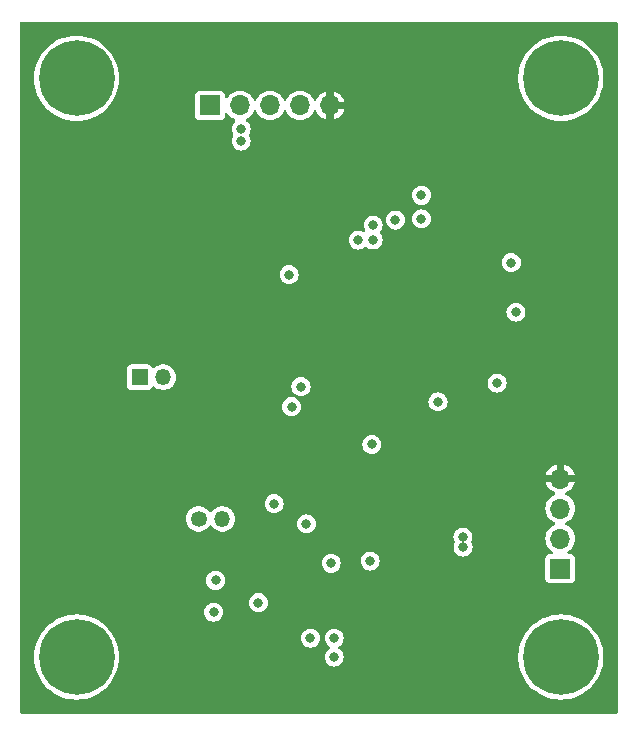
<source format=gbr>
%TF.GenerationSoftware,KiCad,Pcbnew,7.0.2-0*%
%TF.CreationDate,2025-01-08T13:19:12-05:00*%
%TF.ProjectId,plaqchek_sipm_sens,706c6171-6368-4656-9b5f-7369706d5f73,rev?*%
%TF.SameCoordinates,Original*%
%TF.FileFunction,Copper,L2,Inr*%
%TF.FilePolarity,Positive*%
%FSLAX46Y46*%
G04 Gerber Fmt 4.6, Leading zero omitted, Abs format (unit mm)*
G04 Created by KiCad (PCBNEW 7.0.2-0) date 2025-01-08 13:19:12*
%MOMM*%
%LPD*%
G01*
G04 APERTURE LIST*
%TA.AperFunction,ComponentPad*%
%ADD10C,6.400000*%
%TD*%
%TA.AperFunction,ComponentPad*%
%ADD11R,1.700000X1.700000*%
%TD*%
%TA.AperFunction,ComponentPad*%
%ADD12O,1.700000X1.700000*%
%TD*%
%TA.AperFunction,ComponentPad*%
%ADD13R,1.350000X1.350000*%
%TD*%
%TA.AperFunction,ComponentPad*%
%ADD14O,1.350000X1.350000*%
%TD*%
%TA.AperFunction,ComponentPad*%
%ADD15C,1.350000*%
%TD*%
%TA.AperFunction,ViaPad*%
%ADD16C,0.800000*%
%TD*%
G04 APERTURE END LIST*
D10*
%TO.N,Net-(H3-Pad1)*%
%TO.C,H3*%
X156000000Y-111000000D03*
%TD*%
%TO.N,Net-(H2-Pad1)*%
%TO.C,H2*%
X197000000Y-62000000D03*
%TD*%
%TO.N,Net-(H1-Pad1)*%
%TO.C,H1*%
X156000000Y-62000000D03*
%TD*%
D11*
%TO.N,SPI_3V3_ADC_CS*%
%TO.C,J2*%
X196950000Y-103505000D03*
D12*
%TO.N,SPI_3V3_ADC_MISO*%
X196950000Y-100965000D03*
%TO.N,SPI_3V3_ADC_SCLK*%
X196950000Y-98425000D03*
%TO.N,GND*%
X196950000Y-95885000D03*
%TD*%
D11*
%TO.N,SIPM_BIAS_OUT*%
%TO.C,J3*%
X167296000Y-64300000D03*
D12*
%TO.N,+6V*%
X169836000Y-64300000D03*
%TO.N,+3V3*%
X172376000Y-64300000D03*
%TO.N,-6V5*%
X174916000Y-64300000D03*
%TO.N,GND*%
X177456000Y-64300000D03*
%TD*%
D10*
%TO.N,Net-(H4-Pad1)*%
%TO.C,H4*%
X197000000Y-111000000D03*
%TD*%
D13*
%TO.N,/SIPM Readout/SIPM_BIAS*%
%TO.C,U10*%
X161327000Y-87303000D03*
D14*
%TO.N,/SIPM Readout/SIPM_OUT*%
X163327000Y-87303000D03*
D15*
%TO.N,unconnected-(U10-NC-Pad3)*%
X166327000Y-99303000D03*
D14*
%TO.N,unconnected-(U10-NC-Pad4)*%
X168327000Y-99303000D03*
%TD*%
D16*
%TO.N,+6V*%
X193200000Y-81800000D03*
X169926000Y-66294000D03*
X169926000Y-67310000D03*
X192800000Y-77600000D03*
%TO.N,GND*%
X162535000Y-75398000D03*
X184000000Y-58000000D03*
X183000000Y-63400000D03*
X201000000Y-83000000D03*
X186000000Y-109000000D03*
X152000000Y-94000000D03*
X152000000Y-66000000D03*
X176000000Y-58000000D03*
X168000000Y-113000000D03*
X192000000Y-58000000D03*
X164300000Y-78600000D03*
X193000000Y-96000000D03*
X194350000Y-105600000D03*
X152000000Y-78000000D03*
X180000000Y-58000000D03*
X165200000Y-85700000D03*
X152000000Y-106000000D03*
X193400000Y-98600000D03*
X175768000Y-78740000D03*
X190775000Y-111450000D03*
X163800000Y-85600000D03*
X196000000Y-58000000D03*
X181200000Y-81200000D03*
X189250000Y-87200000D03*
X165200000Y-83200000D03*
X152000000Y-70000000D03*
X185700000Y-90300000D03*
X160000000Y-58000000D03*
X160000000Y-85600000D03*
X183000000Y-66000000D03*
X170000000Y-115000000D03*
X201000000Y-111000000D03*
X172000000Y-58000000D03*
X201000000Y-103000000D03*
X172000000Y-80800000D03*
X159000000Y-87000000D03*
X164200000Y-74400000D03*
X179900000Y-96300000D03*
X184750000Y-107000000D03*
X175250000Y-107250000D03*
X163000000Y-89000000D03*
X166000000Y-112000000D03*
X192000000Y-76000000D03*
X180200000Y-66200000D03*
X194150000Y-104425000D03*
X165500000Y-88500000D03*
X163800000Y-82200000D03*
X183000000Y-91000000D03*
X162000000Y-115000000D03*
X174000000Y-115000000D03*
X157400000Y-72700000D03*
X201000000Y-95000000D03*
X168600000Y-70600000D03*
X193830000Y-101150000D03*
X194000000Y-115000000D03*
X189000000Y-109000000D03*
X177371216Y-104777203D03*
X163800000Y-84000000D03*
X185750000Y-107000000D03*
X172750000Y-101000000D03*
X167000000Y-72800000D03*
X188000000Y-58000000D03*
X179750000Y-93000000D03*
X156000000Y-58000000D03*
X154600000Y-79100000D03*
X201000000Y-71000000D03*
X159470000Y-82910000D03*
X162435000Y-73398000D03*
X155900000Y-80400000D03*
X152000000Y-58000000D03*
X190000000Y-115000000D03*
X178300000Y-98090000D03*
X191600000Y-86500000D03*
X158000000Y-115000000D03*
X152000000Y-114000000D03*
X168600000Y-66500000D03*
X190000000Y-98000000D03*
X186000000Y-92000000D03*
X186200000Y-61800000D03*
X152000000Y-62000000D03*
X190000000Y-95600000D03*
X170250000Y-88500000D03*
X164000000Y-58000000D03*
X161290000Y-78740000D03*
X201000000Y-59000000D03*
X152000000Y-110000000D03*
X201000000Y-91000000D03*
X156500000Y-76400000D03*
X168600000Y-67700000D03*
X159900000Y-60300000D03*
X201000000Y-107000000D03*
X201000000Y-87000000D03*
X180000000Y-89000000D03*
X172500000Y-93200000D03*
X177546000Y-101600000D03*
X200000000Y-58000000D03*
X181150000Y-109225000D03*
X163759750Y-68798000D03*
X184750000Y-105000000D03*
X201000000Y-63000000D03*
X162189750Y-65828000D03*
X181575000Y-106900000D03*
X193000000Y-85000000D03*
X182975000Y-107975000D03*
X189000000Y-75000000D03*
X201000000Y-99000000D03*
X182372000Y-82550000D03*
X186000000Y-115000000D03*
X193000000Y-93000000D03*
X152000000Y-90000000D03*
X152000000Y-82000000D03*
X176900000Y-90900000D03*
X192000000Y-109000000D03*
X165200000Y-72900000D03*
X183000000Y-89000000D03*
X185750000Y-102800000D03*
X156500000Y-77500000D03*
X178750000Y-107500000D03*
X183000000Y-87000000D03*
X201000000Y-67000000D03*
X195525000Y-105075000D03*
X152000000Y-102000000D03*
X174000000Y-105750000D03*
X154136000Y-66498000D03*
X194000000Y-67000000D03*
X177200000Y-94510000D03*
X163700000Y-72900000D03*
X167820000Y-86080000D03*
X181200000Y-64600000D03*
X201000000Y-75000000D03*
X178000000Y-115000000D03*
X184800000Y-64600000D03*
X160000000Y-89000000D03*
X190600000Y-93400000D03*
X176448455Y-83889720D03*
X166000000Y-67600000D03*
X168000000Y-88500000D03*
X166000000Y-115000000D03*
X182000000Y-115000000D03*
X162575000Y-109250000D03*
X168100000Y-72000000D03*
X162100000Y-85600000D03*
X169800000Y-106400000D03*
X177071831Y-73066898D03*
X166000000Y-66500000D03*
X201000000Y-79000000D03*
X168780000Y-101780000D03*
X177800000Y-86900000D03*
X192000000Y-72000000D03*
X198000000Y-115000000D03*
X164200000Y-80300000D03*
X192024000Y-78994000D03*
X152000000Y-86000000D03*
X152000000Y-74000000D03*
X168000000Y-58000000D03*
X178900000Y-67500000D03*
X185750000Y-105000000D03*
X154000000Y-115000000D03*
X172750000Y-99500000D03*
X177200000Y-95900000D03*
X190600000Y-94600000D03*
X165700000Y-68700000D03*
X168600000Y-68700000D03*
X179396036Y-105128700D03*
X184050000Y-83650000D03*
X173500000Y-87500000D03*
X160000000Y-81100000D03*
X156500000Y-75100000D03*
X166600000Y-82200000D03*
X201000000Y-115000000D03*
X177558734Y-85113874D03*
X161600000Y-79900000D03*
X192400000Y-99600000D03*
X186100000Y-100500000D03*
X152000000Y-98000000D03*
X182000000Y-84000000D03*
%TO.N,+5VA*%
X181102000Y-75692000D03*
X179832000Y-75692000D03*
X181102000Y-74422000D03*
X175000000Y-88100000D03*
X167770000Y-104510000D03*
X174200000Y-89800000D03*
%TO.N,Net-(U3-OUT)*%
X172724643Y-98012601D03*
X181000000Y-93000000D03*
%TO.N,+5.35V*%
X186600000Y-89400000D03*
X191600000Y-87800000D03*
%TO.N,+1V8*%
X177800000Y-109400000D03*
X180848000Y-102870000D03*
X175800000Y-109400000D03*
X177800000Y-111000000D03*
%TO.N,+3V3*%
X167600000Y-107200000D03*
X171400000Y-106400000D03*
X188710000Y-100840000D03*
X188720000Y-101700000D03*
%TO.N,-5VA*%
X175464448Y-99719320D03*
X173997000Y-78618000D03*
X177546000Y-103058500D03*
X185200000Y-71900000D03*
X183000000Y-74000000D03*
X185200000Y-73900000D03*
%TD*%
%TA.AperFunction,Conductor*%
%TO.N,GND*%
G36*
X201742539Y-57220185D02*
G01*
X201788294Y-57272989D01*
X201799500Y-57324500D01*
X201799500Y-115675500D01*
X201779815Y-115742539D01*
X201727011Y-115788294D01*
X201675500Y-115799500D01*
X151324500Y-115799500D01*
X151257461Y-115779815D01*
X151211706Y-115727011D01*
X151200500Y-115675500D01*
X151200500Y-111000000D01*
X152394559Y-111000000D01*
X152394729Y-111003243D01*
X152412876Y-111349523D01*
X152414310Y-111376871D01*
X152414815Y-111380064D01*
X152414817Y-111380076D01*
X152472838Y-111746404D01*
X152472840Y-111746417D01*
X152473347Y-111749613D01*
X152571022Y-112114143D01*
X152706266Y-112466465D01*
X152707735Y-112469348D01*
X152707739Y-112469357D01*
X152876122Y-112799827D01*
X152877597Y-112802721D01*
X153083137Y-113119225D01*
X153320635Y-113412511D01*
X153587489Y-113679365D01*
X153880775Y-113916863D01*
X154197279Y-114122403D01*
X154533535Y-114293734D01*
X154885857Y-114428978D01*
X155250387Y-114526653D01*
X155623129Y-114585690D01*
X156000000Y-114605441D01*
X156376871Y-114585690D01*
X156749613Y-114526653D01*
X157114143Y-114428978D01*
X157466465Y-114293734D01*
X157802721Y-114122403D01*
X158119225Y-113916863D01*
X158412511Y-113679365D01*
X158679365Y-113412511D01*
X158916863Y-113119225D01*
X159122403Y-112802721D01*
X159293734Y-112466465D01*
X159428978Y-112114143D01*
X159526653Y-111749613D01*
X159585690Y-111376871D01*
X159605441Y-111000000D01*
X159605441Y-110999999D01*
X176994434Y-110999999D01*
X177014631Y-111179251D01*
X177014631Y-111179253D01*
X177014632Y-111179255D01*
X177074211Y-111349522D01*
X177130978Y-111439867D01*
X177170185Y-111502264D01*
X177297735Y-111629814D01*
X177297737Y-111629815D01*
X177297738Y-111629816D01*
X177450478Y-111725789D01*
X177620745Y-111785368D01*
X177800000Y-111805565D01*
X177979255Y-111785368D01*
X178149522Y-111725789D01*
X178302262Y-111629816D01*
X178429816Y-111502262D01*
X178525789Y-111349522D01*
X178585368Y-111179255D01*
X178605565Y-111000000D01*
X193394559Y-111000000D01*
X193394729Y-111003243D01*
X193412876Y-111349523D01*
X193414310Y-111376871D01*
X193414815Y-111380064D01*
X193414817Y-111380076D01*
X193472838Y-111746404D01*
X193472840Y-111746417D01*
X193473347Y-111749613D01*
X193571022Y-112114143D01*
X193706266Y-112466465D01*
X193707735Y-112469348D01*
X193707739Y-112469357D01*
X193876122Y-112799827D01*
X193877597Y-112802721D01*
X194083137Y-113119225D01*
X194320635Y-113412511D01*
X194587489Y-113679365D01*
X194880775Y-113916863D01*
X195197279Y-114122403D01*
X195533535Y-114293734D01*
X195885857Y-114428978D01*
X196250387Y-114526653D01*
X196623129Y-114585690D01*
X197000000Y-114605441D01*
X197376871Y-114585690D01*
X197749613Y-114526653D01*
X198114143Y-114428978D01*
X198466465Y-114293734D01*
X198802721Y-114122403D01*
X199119225Y-113916863D01*
X199412511Y-113679365D01*
X199679365Y-113412511D01*
X199916863Y-113119225D01*
X200122403Y-112802721D01*
X200293734Y-112466465D01*
X200428978Y-112114143D01*
X200526653Y-111749613D01*
X200585690Y-111376871D01*
X200605441Y-111000000D01*
X200585690Y-110623129D01*
X200526653Y-110250387D01*
X200428978Y-109885857D01*
X200293734Y-109533535D01*
X200122403Y-109197280D01*
X199916863Y-108880775D01*
X199679365Y-108587489D01*
X199412511Y-108320635D01*
X199119225Y-108083137D01*
X198802721Y-107877597D01*
X198799833Y-107876125D01*
X198799827Y-107876122D01*
X198469357Y-107707739D01*
X198469348Y-107707735D01*
X198466465Y-107706266D01*
X198463433Y-107705102D01*
X198117166Y-107572182D01*
X198117158Y-107572179D01*
X198114143Y-107571022D01*
X198111018Y-107570184D01*
X198111013Y-107570183D01*
X197752746Y-107474186D01*
X197752737Y-107474184D01*
X197749613Y-107473347D01*
X197746417Y-107472840D01*
X197746404Y-107472838D01*
X197380076Y-107414817D01*
X197380064Y-107414815D01*
X197376871Y-107414310D01*
X197373638Y-107414140D01*
X197373633Y-107414140D01*
X197003244Y-107394729D01*
X197000000Y-107394559D01*
X196996756Y-107394729D01*
X196626366Y-107414140D01*
X196626359Y-107414140D01*
X196623129Y-107414310D01*
X196619937Y-107414815D01*
X196619923Y-107414817D01*
X196253595Y-107472838D01*
X196253578Y-107472841D01*
X196250387Y-107473347D01*
X196247266Y-107474183D01*
X196247253Y-107474186D01*
X195888986Y-107570183D01*
X195888975Y-107570186D01*
X195885857Y-107571022D01*
X195882846Y-107572177D01*
X195882833Y-107572182D01*
X195536566Y-107705102D01*
X195536557Y-107705105D01*
X195533535Y-107706266D01*
X195530658Y-107707731D01*
X195530642Y-107707739D01*
X195200173Y-107876122D01*
X195200159Y-107876129D01*
X195197280Y-107877597D01*
X195194560Y-107879363D01*
X195194552Y-107879368D01*
X194883503Y-108081365D01*
X194883497Y-108081368D01*
X194880775Y-108083137D01*
X194878255Y-108085177D01*
X194878249Y-108085182D01*
X194590007Y-108318595D01*
X194589996Y-108318604D01*
X194587489Y-108320635D01*
X194585204Y-108322919D01*
X194585194Y-108322929D01*
X194322929Y-108585194D01*
X194322919Y-108585204D01*
X194320635Y-108587489D01*
X194318604Y-108589996D01*
X194318595Y-108590007D01*
X194085182Y-108878249D01*
X194085177Y-108878255D01*
X194083137Y-108880775D01*
X194081368Y-108883497D01*
X194081365Y-108883503D01*
X193879368Y-109194552D01*
X193879363Y-109194560D01*
X193877597Y-109197280D01*
X193876129Y-109200159D01*
X193876122Y-109200173D01*
X193707739Y-109530642D01*
X193707731Y-109530658D01*
X193706266Y-109533535D01*
X193705105Y-109536557D01*
X193705102Y-109536566D01*
X193572182Y-109882833D01*
X193572177Y-109882846D01*
X193571022Y-109885857D01*
X193570186Y-109888975D01*
X193570183Y-109888986D01*
X193474186Y-110247253D01*
X193474183Y-110247266D01*
X193473347Y-110250387D01*
X193472841Y-110253578D01*
X193472838Y-110253595D01*
X193414817Y-110619923D01*
X193414815Y-110619937D01*
X193414310Y-110623129D01*
X193414140Y-110626359D01*
X193414140Y-110626366D01*
X193403953Y-110820745D01*
X193394559Y-111000000D01*
X178605565Y-111000000D01*
X178585368Y-110820745D01*
X178525789Y-110650478D01*
X178429816Y-110497738D01*
X178429815Y-110497737D01*
X178429814Y-110497735D01*
X178302264Y-110370185D01*
X178267602Y-110348406D01*
X178198510Y-110304992D01*
X178152221Y-110252660D01*
X178141572Y-110183606D01*
X178169947Y-110119758D01*
X178198509Y-110095007D01*
X178302262Y-110029816D01*
X178429816Y-109902262D01*
X178525789Y-109749522D01*
X178585368Y-109579255D01*
X178605565Y-109400000D01*
X178585368Y-109220745D01*
X178525789Y-109050478D01*
X178429816Y-108897738D01*
X178429815Y-108897737D01*
X178429814Y-108897735D01*
X178302264Y-108770185D01*
X178239867Y-108730979D01*
X178149522Y-108674211D01*
X177979255Y-108614632D01*
X177979253Y-108614631D01*
X177979251Y-108614631D01*
X177799999Y-108594434D01*
X177620748Y-108614631D01*
X177620745Y-108614631D01*
X177620745Y-108614632D01*
X177450478Y-108674211D01*
X177450476Y-108674211D01*
X177450476Y-108674212D01*
X177297735Y-108770185D01*
X177170185Y-108897735D01*
X177074212Y-109050476D01*
X177074211Y-109050478D01*
X177014632Y-109220745D01*
X177014631Y-109220748D01*
X176994434Y-109399999D01*
X177014631Y-109579251D01*
X177014631Y-109579253D01*
X177014632Y-109579255D01*
X177074211Y-109749522D01*
X177074212Y-109749523D01*
X177170185Y-109902264D01*
X177297736Y-110029815D01*
X177401487Y-110095006D01*
X177447778Y-110147341D01*
X177458426Y-110216394D01*
X177430051Y-110280243D01*
X177401487Y-110304994D01*
X177297736Y-110370184D01*
X177170185Y-110497735D01*
X177074212Y-110650476D01*
X177014631Y-110820748D01*
X176994434Y-110999999D01*
X159605441Y-110999999D01*
X159585690Y-110623129D01*
X159526653Y-110250387D01*
X159428978Y-109885857D01*
X159293734Y-109533535D01*
X159225694Y-109400000D01*
X174994434Y-109400000D01*
X175014631Y-109579251D01*
X175014631Y-109579253D01*
X175014632Y-109579255D01*
X175074211Y-109749522D01*
X175074212Y-109749523D01*
X175170185Y-109902264D01*
X175297735Y-110029814D01*
X175297737Y-110029815D01*
X175297738Y-110029816D01*
X175450478Y-110125789D01*
X175620745Y-110185368D01*
X175800000Y-110205565D01*
X175979255Y-110185368D01*
X176149522Y-110125789D01*
X176302262Y-110029816D01*
X176429816Y-109902262D01*
X176525789Y-109749522D01*
X176585368Y-109579255D01*
X176605565Y-109400000D01*
X176585368Y-109220745D01*
X176525789Y-109050478D01*
X176429816Y-108897738D01*
X176429815Y-108897737D01*
X176429814Y-108897735D01*
X176302264Y-108770185D01*
X176239867Y-108730979D01*
X176149522Y-108674211D01*
X175979255Y-108614632D01*
X175979253Y-108614631D01*
X175979251Y-108614631D01*
X175800000Y-108594434D01*
X175620748Y-108614631D01*
X175620745Y-108614631D01*
X175620745Y-108614632D01*
X175450478Y-108674211D01*
X175450476Y-108674211D01*
X175450476Y-108674212D01*
X175297735Y-108770185D01*
X175170185Y-108897735D01*
X175074212Y-109050476D01*
X175074211Y-109050478D01*
X175014632Y-109220745D01*
X175014631Y-109220748D01*
X174994434Y-109400000D01*
X159225694Y-109400000D01*
X159122403Y-109197280D01*
X158916863Y-108880775D01*
X158679365Y-108587489D01*
X158412511Y-108320635D01*
X158119225Y-108083137D01*
X157802721Y-107877597D01*
X157799833Y-107876125D01*
X157799827Y-107876122D01*
X157469357Y-107707739D01*
X157469348Y-107707735D01*
X157466465Y-107706266D01*
X157463433Y-107705102D01*
X157117166Y-107572182D01*
X157117158Y-107572179D01*
X157114143Y-107571022D01*
X157111018Y-107570184D01*
X157111013Y-107570183D01*
X156752746Y-107474186D01*
X156752737Y-107474184D01*
X156749613Y-107473347D01*
X156746417Y-107472840D01*
X156746404Y-107472838D01*
X156380076Y-107414817D01*
X156380064Y-107414815D01*
X156376871Y-107414310D01*
X156373638Y-107414140D01*
X156373633Y-107414140D01*
X156003244Y-107394729D01*
X156000000Y-107394559D01*
X155996756Y-107394729D01*
X155626366Y-107414140D01*
X155626359Y-107414140D01*
X155623129Y-107414310D01*
X155619937Y-107414815D01*
X155619923Y-107414817D01*
X155253595Y-107472838D01*
X155253578Y-107472841D01*
X155250387Y-107473347D01*
X155247266Y-107474183D01*
X155247253Y-107474186D01*
X154888986Y-107570183D01*
X154888975Y-107570186D01*
X154885857Y-107571022D01*
X154882846Y-107572177D01*
X154882833Y-107572182D01*
X154536566Y-107705102D01*
X154536557Y-107705105D01*
X154533535Y-107706266D01*
X154530658Y-107707731D01*
X154530642Y-107707739D01*
X154200173Y-107876122D01*
X154200159Y-107876129D01*
X154197280Y-107877597D01*
X154194560Y-107879363D01*
X154194552Y-107879368D01*
X153883503Y-108081365D01*
X153883497Y-108081368D01*
X153880775Y-108083137D01*
X153878255Y-108085177D01*
X153878249Y-108085182D01*
X153590007Y-108318595D01*
X153589996Y-108318604D01*
X153587489Y-108320635D01*
X153585204Y-108322919D01*
X153585194Y-108322929D01*
X153322929Y-108585194D01*
X153322919Y-108585204D01*
X153320635Y-108587489D01*
X153318604Y-108589996D01*
X153318595Y-108590007D01*
X153085182Y-108878249D01*
X153085177Y-108878255D01*
X153083137Y-108880775D01*
X153081368Y-108883497D01*
X153081365Y-108883503D01*
X152879368Y-109194552D01*
X152879363Y-109194560D01*
X152877597Y-109197280D01*
X152876129Y-109200159D01*
X152876122Y-109200173D01*
X152707739Y-109530642D01*
X152707731Y-109530658D01*
X152706266Y-109533535D01*
X152705105Y-109536557D01*
X152705102Y-109536566D01*
X152572182Y-109882833D01*
X152572177Y-109882846D01*
X152571022Y-109885857D01*
X152570186Y-109888975D01*
X152570183Y-109888986D01*
X152474186Y-110247253D01*
X152474183Y-110247266D01*
X152473347Y-110250387D01*
X152472841Y-110253578D01*
X152472838Y-110253595D01*
X152414817Y-110619923D01*
X152414815Y-110619937D01*
X152414310Y-110623129D01*
X152414140Y-110626359D01*
X152414140Y-110626366D01*
X152403953Y-110820745D01*
X152394559Y-111000000D01*
X151200500Y-111000000D01*
X151200500Y-107200000D01*
X166794434Y-107200000D01*
X166814631Y-107379251D01*
X166814631Y-107379253D01*
X166814632Y-107379255D01*
X166874211Y-107549522D01*
X166930978Y-107639867D01*
X166970185Y-107702264D01*
X167097735Y-107829814D01*
X167097737Y-107829815D01*
X167097738Y-107829816D01*
X167250478Y-107925789D01*
X167420745Y-107985368D01*
X167600000Y-108005565D01*
X167779255Y-107985368D01*
X167949522Y-107925789D01*
X168102262Y-107829816D01*
X168229816Y-107702262D01*
X168325789Y-107549522D01*
X168385368Y-107379255D01*
X168405565Y-107200000D01*
X168385368Y-107020745D01*
X168325789Y-106850478D01*
X168229816Y-106697738D01*
X168229815Y-106697737D01*
X168229814Y-106697735D01*
X168102264Y-106570185D01*
X168039867Y-106530978D01*
X167949522Y-106474211D01*
X167779255Y-106414632D01*
X167779253Y-106414631D01*
X167779251Y-106414631D01*
X167649399Y-106400000D01*
X170594434Y-106400000D01*
X170614631Y-106579251D01*
X170614631Y-106579253D01*
X170614632Y-106579255D01*
X170674211Y-106749522D01*
X170674212Y-106749523D01*
X170770185Y-106902264D01*
X170897735Y-107029814D01*
X170897737Y-107029815D01*
X170897738Y-107029816D01*
X171050478Y-107125789D01*
X171220745Y-107185368D01*
X171400000Y-107205565D01*
X171579255Y-107185368D01*
X171749522Y-107125789D01*
X171902262Y-107029816D01*
X172029816Y-106902262D01*
X172125789Y-106749522D01*
X172185368Y-106579255D01*
X172205565Y-106400000D01*
X172185368Y-106220745D01*
X172125789Y-106050478D01*
X172029816Y-105897738D01*
X172029815Y-105897737D01*
X172029814Y-105897735D01*
X171902264Y-105770185D01*
X171839867Y-105730979D01*
X171749522Y-105674211D01*
X171579255Y-105614632D01*
X171579253Y-105614631D01*
X171579251Y-105614631D01*
X171400000Y-105594434D01*
X171220748Y-105614631D01*
X171220745Y-105614631D01*
X171220745Y-105614632D01*
X171050478Y-105674211D01*
X171050476Y-105674211D01*
X171050476Y-105674212D01*
X170897735Y-105770185D01*
X170770185Y-105897735D01*
X170674212Y-106050476D01*
X170614631Y-106220748D01*
X170594434Y-106400000D01*
X167649399Y-106400000D01*
X167600000Y-106394434D01*
X167420748Y-106414631D01*
X167420745Y-106414631D01*
X167420745Y-106414632D01*
X167250478Y-106474211D01*
X167250476Y-106474211D01*
X167250476Y-106474212D01*
X167097735Y-106570185D01*
X166970185Y-106697735D01*
X166937645Y-106749523D01*
X166874211Y-106850478D01*
X166814632Y-107020745D01*
X166814631Y-107020748D01*
X166794434Y-107200000D01*
X151200500Y-107200000D01*
X151200500Y-104510000D01*
X166964434Y-104510000D01*
X166984631Y-104689251D01*
X166984631Y-104689253D01*
X166984632Y-104689255D01*
X167044211Y-104859522D01*
X167044212Y-104859523D01*
X167140185Y-105012264D01*
X167267735Y-105139814D01*
X167267737Y-105139815D01*
X167267738Y-105139816D01*
X167420478Y-105235789D01*
X167590745Y-105295368D01*
X167770000Y-105315565D01*
X167949255Y-105295368D01*
X168119522Y-105235789D01*
X168272262Y-105139816D01*
X168399816Y-105012262D01*
X168495789Y-104859522D01*
X168555368Y-104689255D01*
X168575565Y-104510000D01*
X168555368Y-104330745D01*
X168495789Y-104160478D01*
X168399816Y-104007738D01*
X168399815Y-104007737D01*
X168399814Y-104007735D01*
X168272264Y-103880185D01*
X168119646Y-103784289D01*
X168119522Y-103784211D01*
X167949255Y-103724632D01*
X167949253Y-103724631D01*
X167949251Y-103724631D01*
X167770000Y-103704434D01*
X167590748Y-103724631D01*
X167590745Y-103724631D01*
X167590745Y-103724632D01*
X167420478Y-103784211D01*
X167420476Y-103784211D01*
X167420476Y-103784212D01*
X167267735Y-103880185D01*
X167140185Y-104007735D01*
X167044212Y-104160476D01*
X166984631Y-104330748D01*
X166964434Y-104510000D01*
X151200500Y-104510000D01*
X151200500Y-103058499D01*
X176740434Y-103058499D01*
X176760631Y-103237751D01*
X176760631Y-103237753D01*
X176760632Y-103237755D01*
X176820211Y-103408022D01*
X176820212Y-103408023D01*
X176916185Y-103560764D01*
X177043735Y-103688314D01*
X177043737Y-103688315D01*
X177043738Y-103688316D01*
X177196478Y-103784289D01*
X177366745Y-103843868D01*
X177546000Y-103864065D01*
X177725255Y-103843868D01*
X177895522Y-103784289D01*
X178048262Y-103688316D01*
X178175816Y-103560762D01*
X178271789Y-103408022D01*
X178331368Y-103237755D01*
X178351565Y-103058500D01*
X178331368Y-102879245D01*
X178328133Y-102870000D01*
X180042434Y-102870000D01*
X180062631Y-103049251D01*
X180062631Y-103049253D01*
X180062632Y-103049255D01*
X180122211Y-103219522D01*
X180122212Y-103219523D01*
X180218185Y-103372264D01*
X180345735Y-103499814D01*
X180345737Y-103499815D01*
X180345738Y-103499816D01*
X180498478Y-103595789D01*
X180668745Y-103655368D01*
X180848000Y-103675565D01*
X181027255Y-103655368D01*
X181197522Y-103595789D01*
X181350262Y-103499816D01*
X181477816Y-103372262D01*
X181573789Y-103219522D01*
X181633368Y-103049255D01*
X181653565Y-102870000D01*
X181633368Y-102690745D01*
X181573789Y-102520478D01*
X181477816Y-102367738D01*
X181477815Y-102367737D01*
X181477814Y-102367735D01*
X181350264Y-102240185D01*
X181257680Y-102182011D01*
X181197522Y-102144211D01*
X181027255Y-102084632D01*
X181027253Y-102084631D01*
X181027251Y-102084631D01*
X180848000Y-102064434D01*
X180668748Y-102084631D01*
X180668745Y-102084631D01*
X180668745Y-102084632D01*
X180498478Y-102144211D01*
X180498476Y-102144211D01*
X180498476Y-102144212D01*
X180345735Y-102240185D01*
X180218185Y-102367735D01*
X180179888Y-102428685D01*
X180122211Y-102520478D01*
X180118985Y-102529697D01*
X180062631Y-102690748D01*
X180042434Y-102870000D01*
X178328133Y-102870000D01*
X178271789Y-102708978D01*
X178175816Y-102556238D01*
X178175815Y-102556237D01*
X178175814Y-102556235D01*
X178048264Y-102428685D01*
X177951262Y-102367735D01*
X177895522Y-102332711D01*
X177725255Y-102273132D01*
X177725253Y-102273131D01*
X177725251Y-102273131D01*
X177545999Y-102252934D01*
X177366748Y-102273131D01*
X177366745Y-102273131D01*
X177366745Y-102273132D01*
X177196478Y-102332711D01*
X177196476Y-102332711D01*
X177196476Y-102332712D01*
X177043735Y-102428685D01*
X176916185Y-102556235D01*
X176820212Y-102708976D01*
X176760631Y-102879248D01*
X176740434Y-103058499D01*
X151200500Y-103058499D01*
X151200500Y-100839999D01*
X187904434Y-100839999D01*
X187924631Y-101019251D01*
X187984212Y-101189524D01*
X187998325Y-101211984D01*
X188017326Y-101279221D01*
X187998328Y-101343925D01*
X187994211Y-101350477D01*
X187934631Y-101520744D01*
X187914434Y-101700000D01*
X187934631Y-101879251D01*
X187934631Y-101879253D01*
X187934632Y-101879255D01*
X187994211Y-102049522D01*
X188016272Y-102084632D01*
X188090185Y-102202264D01*
X188217735Y-102329814D01*
X188217737Y-102329815D01*
X188217738Y-102329816D01*
X188370478Y-102425789D01*
X188540745Y-102485368D01*
X188720000Y-102505565D01*
X188899255Y-102485368D01*
X189069522Y-102425789D01*
X189222262Y-102329816D01*
X189349816Y-102202262D01*
X189445789Y-102049522D01*
X189505368Y-101879255D01*
X189525565Y-101700000D01*
X189505368Y-101520745D01*
X189445789Y-101350478D01*
X189431673Y-101328013D01*
X189412673Y-101260779D01*
X189431676Y-101196067D01*
X189435789Y-101189522D01*
X189495368Y-101019255D01*
X189501481Y-100965000D01*
X195694722Y-100965000D01*
X195713792Y-101182974D01*
X195758674Y-101350477D01*
X195770425Y-101394330D01*
X195862898Y-101592639D01*
X195988402Y-101771877D01*
X196143123Y-101926598D01*
X196289263Y-102028926D01*
X196332887Y-102083502D01*
X196340081Y-102153000D01*
X196308558Y-102215355D01*
X196248328Y-102250769D01*
X196218140Y-102254500D01*
X196068485Y-102254500D01*
X196021589Y-102261927D01*
X195974696Y-102269354D01*
X195974694Y-102269354D01*
X195974693Y-102269355D01*
X195861657Y-102326949D01*
X195771950Y-102416656D01*
X195714353Y-102529697D01*
X195699500Y-102623478D01*
X195699500Y-104386514D01*
X195699501Y-104386518D01*
X195714354Y-104480304D01*
X195714354Y-104480305D01*
X195714355Y-104480306D01*
X195771949Y-104593342D01*
X195861656Y-104683049D01*
X195861658Y-104683050D01*
X195974696Y-104740646D01*
X196068481Y-104755500D01*
X197831518Y-104755499D01*
X197925304Y-104740646D01*
X198038342Y-104683050D01*
X198128050Y-104593342D01*
X198185646Y-104480304D01*
X198200500Y-104386519D01*
X198200499Y-102623482D01*
X198185646Y-102529696D01*
X198134178Y-102428684D01*
X198128050Y-102416657D01*
X198038343Y-102326950D01*
X197925302Y-102269353D01*
X197831521Y-102254500D01*
X197681861Y-102254500D01*
X197614822Y-102234815D01*
X197569067Y-102182011D01*
X197559123Y-102112853D01*
X197588148Y-102049297D01*
X197610734Y-102028928D01*
X197756877Y-101926598D01*
X197911598Y-101771877D01*
X198037102Y-101592639D01*
X198129575Y-101394330D01*
X198186207Y-101182977D01*
X198205277Y-100965000D01*
X198186207Y-100747023D01*
X198129575Y-100535670D01*
X198037102Y-100337362D01*
X197911598Y-100158123D01*
X197756877Y-100003402D01*
X197577639Y-99877898D01*
X197426417Y-99807382D01*
X197373978Y-99761210D01*
X197354826Y-99694016D01*
X197375042Y-99627135D01*
X197426417Y-99582618D01*
X197429324Y-99581262D01*
X197577639Y-99512102D01*
X197756877Y-99386598D01*
X197911598Y-99231877D01*
X198037102Y-99052639D01*
X198129575Y-98854330D01*
X198186207Y-98642977D01*
X198205277Y-98425000D01*
X198186207Y-98207023D01*
X198129575Y-97995670D01*
X198037102Y-97797362D01*
X197911598Y-97618123D01*
X197756877Y-97463402D01*
X197577639Y-97337898D01*
X197468085Y-97286812D01*
X197425824Y-97267105D01*
X197373385Y-97220932D01*
X197354233Y-97153739D01*
X197374449Y-97086858D01*
X197425825Y-97042341D01*
X197577384Y-96971668D01*
X197756557Y-96846209D01*
X197911209Y-96691557D01*
X198036667Y-96512385D01*
X198129102Y-96314159D01*
X198163711Y-96185000D01*
X197351554Y-96185000D01*
X197409493Y-96094844D01*
X197450000Y-95956889D01*
X197450000Y-95813111D01*
X197409493Y-95675156D01*
X197351554Y-95585000D01*
X198163711Y-95585000D01*
X198163710Y-95584999D01*
X198129102Y-95455840D01*
X198036667Y-95257615D01*
X197911209Y-95078442D01*
X197756557Y-94923790D01*
X197577385Y-94798332D01*
X197379159Y-94705897D01*
X197250000Y-94671289D01*
X197250000Y-95483356D01*
X197223100Y-95460048D01*
X197092315Y-95400320D01*
X196985763Y-95385000D01*
X196914237Y-95385000D01*
X196807685Y-95400320D01*
X196676900Y-95460048D01*
X196649999Y-95483356D01*
X196649999Y-94671289D01*
X196520840Y-94705897D01*
X196322615Y-94798332D01*
X196143442Y-94923790D01*
X195988790Y-95078442D01*
X195863332Y-95257615D01*
X195770897Y-95455840D01*
X195736289Y-95584999D01*
X195736289Y-95585000D01*
X196548446Y-95585000D01*
X196490507Y-95675156D01*
X196450000Y-95813111D01*
X196450000Y-95956889D01*
X196490507Y-96094844D01*
X196548446Y-96185000D01*
X195736289Y-96185000D01*
X195770897Y-96314159D01*
X195863332Y-96512385D01*
X195988790Y-96691557D01*
X196143442Y-96846209D01*
X196322616Y-96971669D01*
X196474174Y-97042341D01*
X196526614Y-97088513D01*
X196545766Y-97155706D01*
X196525551Y-97222588D01*
X196474176Y-97267105D01*
X196322359Y-97337899D01*
X196143122Y-97463402D01*
X195988402Y-97618122D01*
X195862898Y-97797361D01*
X195770425Y-97995668D01*
X195713792Y-98207025D01*
X195694722Y-98424999D01*
X195713792Y-98642974D01*
X195770425Y-98854331D01*
X195797699Y-98912820D01*
X195862898Y-99052639D01*
X195988402Y-99231877D01*
X196143123Y-99386598D01*
X196322361Y-99512102D01*
X196421237Y-99558208D01*
X196473582Y-99582618D01*
X196526021Y-99628791D01*
X196545173Y-99695984D01*
X196524957Y-99762865D01*
X196473582Y-99807382D01*
X196322361Y-99877898D01*
X196143122Y-100003402D01*
X195988402Y-100158122D01*
X195862898Y-100337361D01*
X195770425Y-100535668D01*
X195713792Y-100747025D01*
X195694722Y-100965000D01*
X189501481Y-100965000D01*
X189515565Y-100840000D01*
X189495368Y-100660745D01*
X189435789Y-100490478D01*
X189339816Y-100337738D01*
X189339815Y-100337737D01*
X189339814Y-100337735D01*
X189212264Y-100210185D01*
X189129406Y-100158122D01*
X189059522Y-100114211D01*
X188889255Y-100054632D01*
X188889253Y-100054631D01*
X188889251Y-100054631D01*
X188710000Y-100034434D01*
X188530748Y-100054631D01*
X188530745Y-100054631D01*
X188530745Y-100054632D01*
X188360478Y-100114211D01*
X188360476Y-100114211D01*
X188360476Y-100114212D01*
X188207735Y-100210185D01*
X188080185Y-100337735D01*
X188012718Y-100445109D01*
X187984211Y-100490478D01*
X187968398Y-100535670D01*
X187924631Y-100660748D01*
X187904434Y-100839999D01*
X151200500Y-100839999D01*
X151200500Y-99303000D01*
X165246892Y-99303000D01*
X165265282Y-99501470D01*
X165319827Y-99693178D01*
X165337562Y-99728793D01*
X165408674Y-99871604D01*
X165425954Y-99894486D01*
X165528791Y-100030665D01*
X165676087Y-100164943D01*
X165676089Y-100164944D01*
X165676090Y-100164945D01*
X165845554Y-100269873D01*
X166031414Y-100341876D01*
X166227340Y-100378500D01*
X166227342Y-100378500D01*
X166426658Y-100378500D01*
X166426660Y-100378500D01*
X166622586Y-100341876D01*
X166808446Y-100269873D01*
X166977910Y-100164945D01*
X167125209Y-100030664D01*
X167145797Y-100003402D01*
X167228046Y-99894486D01*
X167284154Y-99852849D01*
X167353866Y-99848157D01*
X167415048Y-99881900D01*
X167425954Y-99894486D01*
X167528789Y-100030663D01*
X167676087Y-100164943D01*
X167676089Y-100164944D01*
X167676090Y-100164945D01*
X167845554Y-100269873D01*
X168031414Y-100341876D01*
X168227340Y-100378500D01*
X168227342Y-100378500D01*
X168426658Y-100378500D01*
X168426660Y-100378500D01*
X168622586Y-100341876D01*
X168808446Y-100269873D01*
X168977910Y-100164945D01*
X169098917Y-100054632D01*
X169125208Y-100030665D01*
X169145796Y-100003402D01*
X169245326Y-99871604D01*
X169321155Y-99719319D01*
X174658882Y-99719319D01*
X174679079Y-99898571D01*
X174679079Y-99898573D01*
X174679080Y-99898575D01*
X174738659Y-100068842D01*
X174738660Y-100068843D01*
X174834633Y-100221584D01*
X174962183Y-100349134D01*
X174962185Y-100349135D01*
X174962186Y-100349136D01*
X175114926Y-100445109D01*
X175285193Y-100504688D01*
X175464448Y-100524885D01*
X175643703Y-100504688D01*
X175813970Y-100445109D01*
X175966710Y-100349136D01*
X176094264Y-100221582D01*
X176190237Y-100068842D01*
X176249816Y-99898575D01*
X176270013Y-99719320D01*
X176249816Y-99540065D01*
X176190237Y-99369798D01*
X176094264Y-99217058D01*
X176094263Y-99217057D01*
X176094262Y-99217055D01*
X175966712Y-99089505D01*
X175904315Y-99050298D01*
X175813970Y-98993531D01*
X175643703Y-98933952D01*
X175643701Y-98933951D01*
X175643699Y-98933951D01*
X175464447Y-98913754D01*
X175285196Y-98933951D01*
X175285193Y-98933951D01*
X175285193Y-98933952D01*
X175114926Y-98993531D01*
X175114924Y-98993531D01*
X175114924Y-98993532D01*
X174962183Y-99089505D01*
X174834633Y-99217055D01*
X174738660Y-99369796D01*
X174738659Y-99369798D01*
X174692585Y-99501469D01*
X174679079Y-99540068D01*
X174658882Y-99719319D01*
X169321155Y-99719319D01*
X169334171Y-99693180D01*
X169337843Y-99680277D01*
X169388717Y-99501470D01*
X169399361Y-99386598D01*
X169407108Y-99303000D01*
X169388717Y-99104531D01*
X169388717Y-99104529D01*
X169334172Y-98912821D01*
X169304475Y-98853183D01*
X169245326Y-98734396D01*
X169165795Y-98629080D01*
X169125208Y-98575334D01*
X168977912Y-98441056D01*
X168808447Y-98336127D01*
X168715516Y-98300125D01*
X168622586Y-98264124D01*
X168426660Y-98227500D01*
X168227340Y-98227500D01*
X168031414Y-98264124D01*
X167845552Y-98336127D01*
X167676087Y-98441056D01*
X167528791Y-98575334D01*
X167425954Y-98711513D01*
X167369845Y-98753149D01*
X167300133Y-98757840D01*
X167238951Y-98724098D01*
X167228046Y-98711513D01*
X167125208Y-98575334D01*
X166977912Y-98441056D01*
X166808447Y-98336127D01*
X166715516Y-98300125D01*
X166622586Y-98264124D01*
X166426660Y-98227500D01*
X166227340Y-98227500D01*
X166031414Y-98264124D01*
X165845552Y-98336127D01*
X165676087Y-98441056D01*
X165528791Y-98575334D01*
X165408674Y-98734396D01*
X165319827Y-98912821D01*
X165265282Y-99104529D01*
X165246892Y-99303000D01*
X151200500Y-99303000D01*
X151200500Y-98012600D01*
X171919077Y-98012600D01*
X171939274Y-98191852D01*
X171939274Y-98191854D01*
X171939275Y-98191856D01*
X171998854Y-98362123D01*
X171998855Y-98362124D01*
X172094828Y-98514865D01*
X172222378Y-98642415D01*
X172222380Y-98642416D01*
X172222381Y-98642417D01*
X172375121Y-98738390D01*
X172545388Y-98797969D01*
X172724643Y-98818166D01*
X172903898Y-98797969D01*
X173074165Y-98738390D01*
X173226905Y-98642417D01*
X173354459Y-98514863D01*
X173450432Y-98362123D01*
X173510011Y-98191856D01*
X173530208Y-98012601D01*
X173510011Y-97833346D01*
X173450432Y-97663079D01*
X173354459Y-97510339D01*
X173354458Y-97510338D01*
X173354457Y-97510336D01*
X173226907Y-97382786D01*
X173155466Y-97337897D01*
X173074165Y-97286812D01*
X172903898Y-97227233D01*
X172903896Y-97227232D01*
X172903894Y-97227232D01*
X172724643Y-97207035D01*
X172545391Y-97227232D01*
X172545388Y-97227232D01*
X172545388Y-97227233D01*
X172375121Y-97286812D01*
X172375119Y-97286812D01*
X172375119Y-97286813D01*
X172222378Y-97382786D01*
X172094828Y-97510336D01*
X171998855Y-97663077D01*
X171939274Y-97833349D01*
X171919077Y-98012600D01*
X151200500Y-98012600D01*
X151200500Y-93000000D01*
X180194434Y-93000000D01*
X180214631Y-93179251D01*
X180214631Y-93179253D01*
X180214632Y-93179255D01*
X180274211Y-93349522D01*
X180274212Y-93349523D01*
X180370185Y-93502264D01*
X180497735Y-93629814D01*
X180497737Y-93629815D01*
X180497738Y-93629816D01*
X180650478Y-93725789D01*
X180820745Y-93785368D01*
X181000000Y-93805565D01*
X181179255Y-93785368D01*
X181349522Y-93725789D01*
X181502262Y-93629816D01*
X181629816Y-93502262D01*
X181725789Y-93349522D01*
X181785368Y-93179255D01*
X181805565Y-93000000D01*
X181785368Y-92820745D01*
X181725789Y-92650478D01*
X181629816Y-92497738D01*
X181629815Y-92497737D01*
X181629814Y-92497735D01*
X181502264Y-92370185D01*
X181439867Y-92330979D01*
X181349522Y-92274211D01*
X181179255Y-92214632D01*
X181179253Y-92214631D01*
X181179251Y-92214631D01*
X181000000Y-92194434D01*
X180820748Y-92214631D01*
X180820745Y-92214631D01*
X180820745Y-92214632D01*
X180650478Y-92274211D01*
X180650476Y-92274211D01*
X180650476Y-92274212D01*
X180497735Y-92370185D01*
X180370185Y-92497735D01*
X180274212Y-92650476D01*
X180214631Y-92820748D01*
X180194434Y-93000000D01*
X151200500Y-93000000D01*
X151200500Y-89799999D01*
X173394434Y-89799999D01*
X173414631Y-89979251D01*
X173414631Y-89979253D01*
X173414632Y-89979255D01*
X173474211Y-90149522D01*
X173474212Y-90149523D01*
X173570185Y-90302264D01*
X173697735Y-90429814D01*
X173697737Y-90429815D01*
X173697738Y-90429816D01*
X173850478Y-90525789D01*
X174020745Y-90585368D01*
X174200000Y-90605565D01*
X174379255Y-90585368D01*
X174549522Y-90525789D01*
X174702262Y-90429816D01*
X174829816Y-90302262D01*
X174925789Y-90149522D01*
X174985368Y-89979255D01*
X175005565Y-89800000D01*
X174985368Y-89620745D01*
X174925789Y-89450478D01*
X174894071Y-89399999D01*
X185794434Y-89399999D01*
X185814631Y-89579251D01*
X185814631Y-89579253D01*
X185814632Y-89579255D01*
X185874211Y-89749522D01*
X185930978Y-89839867D01*
X185970185Y-89902264D01*
X186097735Y-90029814D01*
X186097737Y-90029815D01*
X186097738Y-90029816D01*
X186250478Y-90125789D01*
X186420745Y-90185368D01*
X186600000Y-90205565D01*
X186779255Y-90185368D01*
X186949522Y-90125789D01*
X187102262Y-90029816D01*
X187229816Y-89902262D01*
X187325789Y-89749522D01*
X187385368Y-89579255D01*
X187405565Y-89400000D01*
X187385368Y-89220745D01*
X187325789Y-89050478D01*
X187229816Y-88897738D01*
X187229815Y-88897737D01*
X187229814Y-88897735D01*
X187102264Y-88770185D01*
X187038014Y-88729814D01*
X186949522Y-88674211D01*
X186779255Y-88614632D01*
X186779253Y-88614631D01*
X186779251Y-88614631D01*
X186599999Y-88594434D01*
X186420748Y-88614631D01*
X186420745Y-88614631D01*
X186420745Y-88614632D01*
X186250478Y-88674211D01*
X186250476Y-88674211D01*
X186250476Y-88674212D01*
X186097735Y-88770185D01*
X185970185Y-88897735D01*
X185874212Y-89050476D01*
X185874211Y-89050478D01*
X185865906Y-89074212D01*
X185814631Y-89220748D01*
X185794434Y-89399999D01*
X174894071Y-89399999D01*
X174829816Y-89297738D01*
X174829815Y-89297737D01*
X174829814Y-89297735D01*
X174702264Y-89170185D01*
X174639867Y-89130979D01*
X174549522Y-89074211D01*
X174379255Y-89014632D01*
X174379253Y-89014631D01*
X174379251Y-89014631D01*
X174199999Y-88994434D01*
X174020748Y-89014631D01*
X174020745Y-89014631D01*
X174020745Y-89014632D01*
X173850478Y-89074211D01*
X173850476Y-89074211D01*
X173850476Y-89074212D01*
X173697735Y-89170185D01*
X173570185Y-89297735D01*
X173474212Y-89450476D01*
X173414631Y-89620748D01*
X173394434Y-89799999D01*
X151200500Y-89799999D01*
X151200500Y-88009514D01*
X160251500Y-88009514D01*
X160251501Y-88009518D01*
X160266354Y-88103304D01*
X160266354Y-88103305D01*
X160266355Y-88103306D01*
X160323949Y-88216342D01*
X160413656Y-88306049D01*
X160413658Y-88306050D01*
X160526696Y-88363646D01*
X160620481Y-88378500D01*
X162033518Y-88378499D01*
X162127304Y-88363646D01*
X162240342Y-88306050D01*
X162330050Y-88216342D01*
X162383851Y-88110751D01*
X162431825Y-88059955D01*
X162499646Y-88043160D01*
X162565781Y-88065697D01*
X162577865Y-88075401D01*
X162676090Y-88164945D01*
X162845554Y-88269873D01*
X163031414Y-88341876D01*
X163227340Y-88378500D01*
X163227342Y-88378500D01*
X163426658Y-88378500D01*
X163426660Y-88378500D01*
X163622586Y-88341876D01*
X163808446Y-88269873D01*
X163977910Y-88164945D01*
X164049152Y-88099999D01*
X174194434Y-88099999D01*
X174214631Y-88279251D01*
X174214631Y-88279253D01*
X174214632Y-88279255D01*
X174274211Y-88449522D01*
X174274212Y-88449523D01*
X174370185Y-88602264D01*
X174497735Y-88729814D01*
X174497737Y-88729815D01*
X174497738Y-88729816D01*
X174650478Y-88825789D01*
X174820745Y-88885368D01*
X175000000Y-88905565D01*
X175179255Y-88885368D01*
X175349522Y-88825789D01*
X175502262Y-88729816D01*
X175629816Y-88602262D01*
X175725789Y-88449522D01*
X175785368Y-88279255D01*
X175805565Y-88100000D01*
X175785368Y-87920745D01*
X175743117Y-87800000D01*
X190794434Y-87800000D01*
X190814631Y-87979251D01*
X190814631Y-87979253D01*
X190814632Y-87979255D01*
X190874211Y-88149522D01*
X190874212Y-88149523D01*
X190970185Y-88302264D01*
X191097735Y-88429814D01*
X191097737Y-88429815D01*
X191097738Y-88429816D01*
X191250478Y-88525789D01*
X191420745Y-88585368D01*
X191600000Y-88605565D01*
X191779255Y-88585368D01*
X191949522Y-88525789D01*
X192102262Y-88429816D01*
X192229816Y-88302262D01*
X192325789Y-88149522D01*
X192385368Y-87979255D01*
X192405565Y-87800000D01*
X192385368Y-87620745D01*
X192325789Y-87450478D01*
X192229816Y-87297738D01*
X192229815Y-87297737D01*
X192229814Y-87297735D01*
X192102264Y-87170185D01*
X191997776Y-87104531D01*
X191949522Y-87074211D01*
X191779255Y-87014632D01*
X191779253Y-87014631D01*
X191779251Y-87014631D01*
X191600000Y-86994434D01*
X191420748Y-87014631D01*
X191420745Y-87014631D01*
X191420745Y-87014632D01*
X191250478Y-87074211D01*
X191250476Y-87074211D01*
X191250476Y-87074212D01*
X191097735Y-87170185D01*
X190970185Y-87297735D01*
X190922132Y-87374212D01*
X190874211Y-87450478D01*
X190814632Y-87620745D01*
X190814631Y-87620748D01*
X190794434Y-87800000D01*
X175743117Y-87800000D01*
X175725789Y-87750478D01*
X175629816Y-87597738D01*
X175629815Y-87597737D01*
X175629814Y-87597735D01*
X175502264Y-87470185D01*
X175439867Y-87430979D01*
X175349522Y-87374211D01*
X175179255Y-87314632D01*
X175179253Y-87314631D01*
X175179251Y-87314631D01*
X175000000Y-87294434D01*
X174820748Y-87314631D01*
X174820745Y-87314631D01*
X174820745Y-87314632D01*
X174650478Y-87374211D01*
X174650476Y-87374211D01*
X174650476Y-87374212D01*
X174497735Y-87470185D01*
X174370185Y-87597735D01*
X174274212Y-87750476D01*
X174214631Y-87920748D01*
X174194434Y-88099999D01*
X164049152Y-88099999D01*
X164125209Y-88030664D01*
X164245326Y-87871604D01*
X164334171Y-87693180D01*
X164354780Y-87620748D01*
X164388717Y-87501470D01*
X164400509Y-87374211D01*
X164407108Y-87303000D01*
X164388717Y-87104531D01*
X164388717Y-87104529D01*
X164334172Y-86912821D01*
X164251500Y-86746796D01*
X164245326Y-86734396D01*
X164141175Y-86596478D01*
X164125208Y-86575334D01*
X163977912Y-86441056D01*
X163808447Y-86336127D01*
X163715060Y-86299949D01*
X163622586Y-86264124D01*
X163426660Y-86227500D01*
X163227340Y-86227500D01*
X163031413Y-86264124D01*
X163031414Y-86264124D01*
X162845552Y-86336127D01*
X162676090Y-86441054D01*
X162577873Y-86530591D01*
X162515068Y-86561207D01*
X162445681Y-86553009D01*
X162391741Y-86508599D01*
X162383853Y-86495253D01*
X162356238Y-86441054D01*
X162330050Y-86389657D01*
X162240343Y-86299950D01*
X162127302Y-86242353D01*
X162033521Y-86227500D01*
X160620485Y-86227500D01*
X160573589Y-86234927D01*
X160526696Y-86242354D01*
X160526694Y-86242354D01*
X160526693Y-86242355D01*
X160413657Y-86299949D01*
X160323950Y-86389656D01*
X160266353Y-86502697D01*
X160251500Y-86596478D01*
X160251500Y-88009514D01*
X151200500Y-88009514D01*
X151200500Y-81799999D01*
X192394434Y-81799999D01*
X192414631Y-81979251D01*
X192414631Y-81979253D01*
X192414632Y-81979255D01*
X192474211Y-82149522D01*
X192474212Y-82149523D01*
X192570185Y-82302264D01*
X192697735Y-82429814D01*
X192697737Y-82429815D01*
X192697738Y-82429816D01*
X192850478Y-82525789D01*
X193020745Y-82585368D01*
X193200000Y-82605565D01*
X193379255Y-82585368D01*
X193549522Y-82525789D01*
X193702262Y-82429816D01*
X193829816Y-82302262D01*
X193925789Y-82149522D01*
X193985368Y-81979255D01*
X194005565Y-81800000D01*
X193985368Y-81620745D01*
X193925789Y-81450478D01*
X193829816Y-81297738D01*
X193829815Y-81297737D01*
X193829814Y-81297735D01*
X193702264Y-81170185D01*
X193639867Y-81130978D01*
X193549522Y-81074211D01*
X193379255Y-81014632D01*
X193379253Y-81014631D01*
X193379251Y-81014631D01*
X193200000Y-80994434D01*
X193020748Y-81014631D01*
X193020745Y-81014631D01*
X193020745Y-81014632D01*
X192850478Y-81074211D01*
X192850476Y-81074211D01*
X192850476Y-81074212D01*
X192697735Y-81170185D01*
X192570185Y-81297735D01*
X192474212Y-81450476D01*
X192414631Y-81620748D01*
X192394434Y-81799999D01*
X151200500Y-81799999D01*
X151200500Y-78617999D01*
X173191434Y-78617999D01*
X173211631Y-78797251D01*
X173211631Y-78797253D01*
X173211632Y-78797255D01*
X173271211Y-78967522D01*
X173271212Y-78967523D01*
X173367185Y-79120264D01*
X173494735Y-79247814D01*
X173494737Y-79247815D01*
X173494738Y-79247816D01*
X173647478Y-79343789D01*
X173817745Y-79403368D01*
X173997000Y-79423565D01*
X174176255Y-79403368D01*
X174346522Y-79343789D01*
X174499262Y-79247816D01*
X174626816Y-79120262D01*
X174722789Y-78967522D01*
X174782368Y-78797255D01*
X174802565Y-78618000D01*
X174782368Y-78438745D01*
X174722789Y-78268478D01*
X174626816Y-78115738D01*
X174626815Y-78115737D01*
X174626814Y-78115735D01*
X174499264Y-77988185D01*
X174436867Y-77948979D01*
X174346522Y-77892211D01*
X174176255Y-77832632D01*
X174176253Y-77832631D01*
X174176251Y-77832631D01*
X173997000Y-77812434D01*
X173817748Y-77832631D01*
X173817745Y-77832631D01*
X173817745Y-77832632D01*
X173647478Y-77892211D01*
X173647476Y-77892211D01*
X173647476Y-77892212D01*
X173494735Y-77988185D01*
X173367185Y-78115735D01*
X173295505Y-78229814D01*
X173271211Y-78268478D01*
X173223242Y-78405565D01*
X173211631Y-78438748D01*
X173191434Y-78617999D01*
X151200500Y-78617999D01*
X151200500Y-77600000D01*
X191994434Y-77600000D01*
X192014631Y-77779251D01*
X192014631Y-77779253D01*
X192014632Y-77779255D01*
X192074211Y-77949522D01*
X192074212Y-77949523D01*
X192170185Y-78102264D01*
X192297735Y-78229814D01*
X192297737Y-78229815D01*
X192297738Y-78229816D01*
X192450478Y-78325789D01*
X192620745Y-78385368D01*
X192800000Y-78405565D01*
X192979255Y-78385368D01*
X193149522Y-78325789D01*
X193302262Y-78229816D01*
X193429816Y-78102262D01*
X193525789Y-77949522D01*
X193585368Y-77779255D01*
X193605565Y-77600000D01*
X193585368Y-77420745D01*
X193525789Y-77250478D01*
X193429816Y-77097738D01*
X193429815Y-77097737D01*
X193429814Y-77097735D01*
X193302264Y-76970185D01*
X193239867Y-76930979D01*
X193149522Y-76874211D01*
X192979255Y-76814632D01*
X192979253Y-76814631D01*
X192979251Y-76814631D01*
X192800000Y-76794434D01*
X192620748Y-76814631D01*
X192620745Y-76814631D01*
X192620745Y-76814632D01*
X192450478Y-76874211D01*
X192450476Y-76874211D01*
X192450476Y-76874212D01*
X192297735Y-76970185D01*
X192170185Y-77097735D01*
X192074212Y-77250476D01*
X192014631Y-77420748D01*
X191994434Y-77600000D01*
X151200500Y-77600000D01*
X151200500Y-75692000D01*
X179026434Y-75692000D01*
X179046631Y-75871251D01*
X179046631Y-75871253D01*
X179046632Y-75871255D01*
X179106211Y-76041522D01*
X179106212Y-76041523D01*
X179202185Y-76194264D01*
X179329735Y-76321814D01*
X179329737Y-76321815D01*
X179329738Y-76321816D01*
X179482478Y-76417789D01*
X179652745Y-76477368D01*
X179832000Y-76497565D01*
X180011255Y-76477368D01*
X180181522Y-76417789D01*
X180334262Y-76321816D01*
X180379320Y-76276757D01*
X180440639Y-76243274D01*
X180510330Y-76248257D01*
X180554680Y-76276759D01*
X180599735Y-76321814D01*
X180599737Y-76321815D01*
X180599738Y-76321816D01*
X180752478Y-76417789D01*
X180922745Y-76477368D01*
X181057186Y-76492515D01*
X181101999Y-76497565D01*
X181101999Y-76497564D01*
X181102000Y-76497565D01*
X181281255Y-76477368D01*
X181451522Y-76417789D01*
X181604262Y-76321816D01*
X181731816Y-76194262D01*
X181827789Y-76041522D01*
X181887368Y-75871255D01*
X181907565Y-75692000D01*
X181887368Y-75512745D01*
X181827789Y-75342478D01*
X181731816Y-75189738D01*
X181731815Y-75189736D01*
X181686760Y-75144682D01*
X181653274Y-75083359D01*
X181658258Y-75013667D01*
X181686760Y-74969318D01*
X181731815Y-74924263D01*
X181731816Y-74924262D01*
X181827789Y-74771522D01*
X181887368Y-74601255D01*
X181907565Y-74422000D01*
X181887368Y-74242745D01*
X181827789Y-74072478D01*
X181782248Y-74000000D01*
X182194434Y-74000000D01*
X182214631Y-74179251D01*
X182214631Y-74179253D01*
X182214632Y-74179255D01*
X182274211Y-74349522D01*
X182274212Y-74349523D01*
X182370185Y-74502264D01*
X182497735Y-74629814D01*
X182497737Y-74629815D01*
X182497738Y-74629816D01*
X182650478Y-74725789D01*
X182820745Y-74785368D01*
X183000000Y-74805565D01*
X183179255Y-74785368D01*
X183349522Y-74725789D01*
X183502262Y-74629816D01*
X183629816Y-74502262D01*
X183725789Y-74349522D01*
X183785368Y-74179255D01*
X183805565Y-74000000D01*
X183794298Y-73900000D01*
X184394434Y-73900000D01*
X184414631Y-74079251D01*
X184414631Y-74079253D01*
X184414632Y-74079255D01*
X184474211Y-74249522D01*
X184474212Y-74249523D01*
X184570185Y-74402264D01*
X184697735Y-74529814D01*
X184697737Y-74529815D01*
X184697738Y-74529816D01*
X184850478Y-74625789D01*
X185020745Y-74685368D01*
X185200000Y-74705565D01*
X185379255Y-74685368D01*
X185549522Y-74625789D01*
X185702262Y-74529816D01*
X185829816Y-74402262D01*
X185925789Y-74249522D01*
X185985368Y-74079255D01*
X186005565Y-73900000D01*
X185985368Y-73720745D01*
X185925789Y-73550478D01*
X185829816Y-73397738D01*
X185829815Y-73397737D01*
X185829814Y-73397735D01*
X185702264Y-73270185D01*
X185639867Y-73230979D01*
X185549522Y-73174211D01*
X185379255Y-73114632D01*
X185379253Y-73114631D01*
X185379251Y-73114631D01*
X185200000Y-73094434D01*
X185020748Y-73114631D01*
X185020745Y-73114631D01*
X185020745Y-73114632D01*
X184850478Y-73174211D01*
X184850476Y-73174211D01*
X184850476Y-73174212D01*
X184697735Y-73270185D01*
X184570185Y-73397735D01*
X184474212Y-73550476D01*
X184474211Y-73550478D01*
X184414632Y-73720745D01*
X184414631Y-73720748D01*
X184394434Y-73900000D01*
X183794298Y-73900000D01*
X183785368Y-73820745D01*
X183725789Y-73650478D01*
X183629816Y-73497738D01*
X183629815Y-73497737D01*
X183629814Y-73497735D01*
X183502264Y-73370185D01*
X183439867Y-73330978D01*
X183349522Y-73274211D01*
X183179255Y-73214632D01*
X183179253Y-73214631D01*
X183179251Y-73214631D01*
X182999999Y-73194434D01*
X182820748Y-73214631D01*
X182820745Y-73214631D01*
X182820745Y-73214632D01*
X182650478Y-73274211D01*
X182650476Y-73274211D01*
X182650476Y-73274212D01*
X182497735Y-73370185D01*
X182370185Y-73497735D01*
X182282911Y-73636632D01*
X182274211Y-73650478D01*
X182224626Y-73792184D01*
X182214631Y-73820748D01*
X182194434Y-74000000D01*
X181782248Y-74000000D01*
X181731816Y-73919738D01*
X181731815Y-73919737D01*
X181731814Y-73919735D01*
X181604264Y-73792185D01*
X181490572Y-73720748D01*
X181451522Y-73696211D01*
X181281255Y-73636632D01*
X181281253Y-73636631D01*
X181281251Y-73636631D01*
X181102000Y-73616434D01*
X180922748Y-73636631D01*
X180922745Y-73636631D01*
X180922745Y-73636632D01*
X180752478Y-73696211D01*
X180752476Y-73696211D01*
X180752476Y-73696212D01*
X180599735Y-73792185D01*
X180472185Y-73919735D01*
X180376212Y-74072476D01*
X180316631Y-74242748D01*
X180296434Y-74422000D01*
X180316631Y-74601251D01*
X180316631Y-74601253D01*
X180316632Y-74601255D01*
X180376211Y-74771522D01*
X180376212Y-74771523D01*
X180416318Y-74835352D01*
X180435318Y-74902589D01*
X180414950Y-74969424D01*
X180361682Y-75014638D01*
X180292426Y-75023875D01*
X180245352Y-75006318D01*
X180186635Y-74969424D01*
X180181522Y-74966211D01*
X180011255Y-74906632D01*
X180011253Y-74906631D01*
X180011251Y-74906631D01*
X179832000Y-74886434D01*
X179652748Y-74906631D01*
X179652745Y-74906631D01*
X179652745Y-74906632D01*
X179482478Y-74966211D01*
X179482476Y-74966211D01*
X179482476Y-74966212D01*
X179329735Y-75062185D01*
X179202185Y-75189735D01*
X179106212Y-75342476D01*
X179046631Y-75512748D01*
X179026434Y-75692000D01*
X151200500Y-75692000D01*
X151200500Y-71899999D01*
X184394434Y-71899999D01*
X184414631Y-72079251D01*
X184414631Y-72079253D01*
X184414632Y-72079255D01*
X184474211Y-72249522D01*
X184474212Y-72249523D01*
X184570185Y-72402264D01*
X184697735Y-72529814D01*
X184697737Y-72529815D01*
X184697738Y-72529816D01*
X184850478Y-72625789D01*
X185020745Y-72685368D01*
X185200000Y-72705565D01*
X185379255Y-72685368D01*
X185549522Y-72625789D01*
X185702262Y-72529816D01*
X185829816Y-72402262D01*
X185925789Y-72249522D01*
X185985368Y-72079255D01*
X186005565Y-71900000D01*
X185985368Y-71720745D01*
X185925789Y-71550478D01*
X185829816Y-71397738D01*
X185829815Y-71397737D01*
X185829814Y-71397735D01*
X185702264Y-71270185D01*
X185639867Y-71230979D01*
X185549522Y-71174211D01*
X185379255Y-71114632D01*
X185379253Y-71114631D01*
X185379251Y-71114631D01*
X185200000Y-71094434D01*
X185020748Y-71114631D01*
X185020745Y-71114631D01*
X185020745Y-71114632D01*
X184850478Y-71174211D01*
X184850476Y-71174211D01*
X184850476Y-71174212D01*
X184697735Y-71270185D01*
X184570185Y-71397735D01*
X184474212Y-71550476D01*
X184414631Y-71720748D01*
X184394434Y-71899999D01*
X151200500Y-71899999D01*
X151200500Y-62000000D01*
X152394559Y-62000000D01*
X152414310Y-62376871D01*
X152414815Y-62380064D01*
X152414817Y-62380076D01*
X152472838Y-62746404D01*
X152472840Y-62746417D01*
X152473347Y-62749613D01*
X152474184Y-62752737D01*
X152474186Y-62752746D01*
X152570183Y-63111013D01*
X152571022Y-63114143D01*
X152572179Y-63117158D01*
X152572182Y-63117166D01*
X152687847Y-63418482D01*
X152706266Y-63466465D01*
X152707735Y-63469348D01*
X152707739Y-63469357D01*
X152876122Y-63799827D01*
X152877597Y-63802721D01*
X153083137Y-64119225D01*
X153320635Y-64412511D01*
X153587489Y-64679365D01*
X153880775Y-64916863D01*
X154197279Y-65122403D01*
X154200172Y-65123877D01*
X154470464Y-65261598D01*
X154533535Y-65293734D01*
X154885857Y-65428978D01*
X155250387Y-65526653D01*
X155623129Y-65585690D01*
X156000000Y-65605441D01*
X156376871Y-65585690D01*
X156749613Y-65526653D01*
X157114143Y-65428978D01*
X157466465Y-65293734D01*
X157686709Y-65181514D01*
X166045500Y-65181514D01*
X166045501Y-65181518D01*
X166060354Y-65275304D01*
X166060354Y-65275305D01*
X166060355Y-65275306D01*
X166117949Y-65388342D01*
X166207656Y-65478049D01*
X166207658Y-65478050D01*
X166320696Y-65535646D01*
X166414481Y-65550500D01*
X168177518Y-65550499D01*
X168271304Y-65535646D01*
X168384342Y-65478050D01*
X168474050Y-65388342D01*
X168531646Y-65275304D01*
X168546500Y-65181519D01*
X168546499Y-65031858D01*
X168566183Y-64964822D01*
X168618987Y-64919067D01*
X168688145Y-64909123D01*
X168751701Y-64938148D01*
X168772071Y-64960734D01*
X168874402Y-65106877D01*
X169029123Y-65261598D01*
X169208361Y-65387102D01*
X169383713Y-65468870D01*
X169436151Y-65515041D01*
X169455303Y-65582235D01*
X169435087Y-65649116D01*
X169418989Y-65668932D01*
X169296183Y-65791738D01*
X169200212Y-65944476D01*
X169140631Y-66114748D01*
X169120434Y-66294000D01*
X169140631Y-66473251D01*
X169140631Y-66473253D01*
X169140632Y-66473255D01*
X169200211Y-66643522D01*
X169200212Y-66643523D01*
X169258336Y-66736027D01*
X169277336Y-66803264D01*
X169258336Y-66867970D01*
X169200213Y-66960473D01*
X169140631Y-67130748D01*
X169120434Y-67309999D01*
X169140631Y-67489251D01*
X169140631Y-67489253D01*
X169140632Y-67489255D01*
X169200211Y-67659522D01*
X169200212Y-67659523D01*
X169296185Y-67812264D01*
X169423735Y-67939814D01*
X169423737Y-67939815D01*
X169423738Y-67939816D01*
X169576478Y-68035789D01*
X169746745Y-68095368D01*
X169926000Y-68115565D01*
X170105255Y-68095368D01*
X170275522Y-68035789D01*
X170428262Y-67939816D01*
X170555816Y-67812262D01*
X170651789Y-67659522D01*
X170711368Y-67489255D01*
X170731565Y-67310000D01*
X170711368Y-67130745D01*
X170651789Y-66960478D01*
X170593662Y-66867970D01*
X170574663Y-66800736D01*
X170593662Y-66736029D01*
X170651789Y-66643522D01*
X170711368Y-66473255D01*
X170731565Y-66294000D01*
X170711368Y-66114745D01*
X170651789Y-65944478D01*
X170555816Y-65791738D01*
X170555815Y-65791737D01*
X170555814Y-65791735D01*
X170428261Y-65664182D01*
X170383009Y-65635748D01*
X170336718Y-65583414D01*
X170326070Y-65514360D01*
X170354445Y-65450512D01*
X170396571Y-65418375D01*
X170463639Y-65387102D01*
X170642877Y-65261598D01*
X170797598Y-65106877D01*
X170923102Y-64927639D01*
X170993617Y-64776417D01*
X171039790Y-64723978D01*
X171106984Y-64704826D01*
X171173865Y-64725042D01*
X171218382Y-64776417D01*
X171288898Y-64927639D01*
X171414402Y-65106877D01*
X171569123Y-65261598D01*
X171748361Y-65387102D01*
X171946670Y-65479575D01*
X172158023Y-65536207D01*
X172376000Y-65555277D01*
X172593977Y-65536207D01*
X172805330Y-65479575D01*
X173003639Y-65387102D01*
X173182877Y-65261598D01*
X173337598Y-65106877D01*
X173463102Y-64927639D01*
X173533617Y-64776417D01*
X173579790Y-64723978D01*
X173646984Y-64704826D01*
X173713865Y-64725042D01*
X173758382Y-64776417D01*
X173828898Y-64927639D01*
X173954402Y-65106877D01*
X174109123Y-65261598D01*
X174288361Y-65387102D01*
X174486670Y-65479575D01*
X174698023Y-65536207D01*
X174916000Y-65555277D01*
X175133977Y-65536207D01*
X175345330Y-65479575D01*
X175543639Y-65387102D01*
X175722877Y-65261598D01*
X175877598Y-65106877D01*
X176003102Y-64927639D01*
X176073895Y-64775822D01*
X176120066Y-64723385D01*
X176187260Y-64704233D01*
X176254141Y-64724449D01*
X176298658Y-64775824D01*
X176369332Y-64927385D01*
X176494790Y-65106557D01*
X176649442Y-65261209D01*
X176828614Y-65386667D01*
X177026841Y-65479102D01*
X177156000Y-65513709D01*
X177156000Y-64701643D01*
X177182900Y-64724952D01*
X177313685Y-64784680D01*
X177420237Y-64800000D01*
X177491763Y-64800000D01*
X177598315Y-64784680D01*
X177729100Y-64724952D01*
X177756000Y-64701643D01*
X177756000Y-65513708D01*
X177885158Y-65479102D01*
X178083385Y-65386667D01*
X178262557Y-65261209D01*
X178417209Y-65106557D01*
X178542667Y-64927385D01*
X178635102Y-64729159D01*
X178669711Y-64600000D01*
X177857554Y-64600000D01*
X177915493Y-64509844D01*
X177956000Y-64371889D01*
X177956000Y-64228111D01*
X177915493Y-64090156D01*
X177857554Y-64000000D01*
X178669711Y-64000000D01*
X178669710Y-63999999D01*
X178635102Y-63870840D01*
X178542667Y-63672615D01*
X178417209Y-63493442D01*
X178262557Y-63338790D01*
X178083385Y-63213332D01*
X177885159Y-63120897D01*
X177756000Y-63086289D01*
X177756000Y-63898356D01*
X177729100Y-63875048D01*
X177598315Y-63815320D01*
X177491763Y-63800000D01*
X177420237Y-63800000D01*
X177313685Y-63815320D01*
X177182900Y-63875048D01*
X177156000Y-63898356D01*
X177156000Y-63086289D01*
X177155999Y-63086289D01*
X177026840Y-63120897D01*
X176828615Y-63213332D01*
X176649442Y-63338790D01*
X176494790Y-63493442D01*
X176369332Y-63672615D01*
X176298658Y-63824175D01*
X176252485Y-63876614D01*
X176185292Y-63895766D01*
X176118411Y-63875550D01*
X176073894Y-63824175D01*
X176008010Y-63682888D01*
X176003102Y-63672362D01*
X175877598Y-63493123D01*
X175722877Y-63338402D01*
X175543639Y-63212898D01*
X175452205Y-63170261D01*
X175345331Y-63120425D01*
X175133974Y-63063792D01*
X174916000Y-63044722D01*
X174698025Y-63063792D01*
X174486668Y-63120425D01*
X174288361Y-63212898D01*
X174109122Y-63338402D01*
X173954402Y-63493122D01*
X173828898Y-63672361D01*
X173758382Y-63823583D01*
X173712209Y-63876022D01*
X173645016Y-63895174D01*
X173578135Y-63874958D01*
X173533618Y-63823583D01*
X173468010Y-63682888D01*
X173463102Y-63672362D01*
X173337598Y-63493123D01*
X173182877Y-63338402D01*
X173003639Y-63212898D01*
X172912205Y-63170261D01*
X172805331Y-63120425D01*
X172593974Y-63063792D01*
X172376000Y-63044722D01*
X172158025Y-63063792D01*
X171946668Y-63120425D01*
X171748361Y-63212898D01*
X171569122Y-63338402D01*
X171414402Y-63493122D01*
X171288898Y-63672361D01*
X171218382Y-63823583D01*
X171172209Y-63876022D01*
X171105016Y-63895174D01*
X171038135Y-63874958D01*
X170993618Y-63823583D01*
X170928010Y-63682888D01*
X170923102Y-63672362D01*
X170797598Y-63493123D01*
X170642877Y-63338402D01*
X170463639Y-63212898D01*
X170372205Y-63170261D01*
X170265331Y-63120425D01*
X170053974Y-63063792D01*
X169836000Y-63044722D01*
X169618025Y-63063792D01*
X169406668Y-63120425D01*
X169208361Y-63212898D01*
X169029122Y-63338402D01*
X168874402Y-63493122D01*
X168772074Y-63639263D01*
X168717497Y-63682888D01*
X168647999Y-63690082D01*
X168585644Y-63658559D01*
X168550230Y-63598329D01*
X168546499Y-63568140D01*
X168546499Y-63418485D01*
X168546499Y-63418482D01*
X168531646Y-63324696D01*
X168474682Y-63212898D01*
X168474050Y-63211657D01*
X168384343Y-63121950D01*
X168271302Y-63064353D01*
X168177521Y-63049500D01*
X166414485Y-63049500D01*
X166367588Y-63056927D01*
X166320696Y-63064354D01*
X166320694Y-63064354D01*
X166320693Y-63064355D01*
X166207657Y-63121949D01*
X166117950Y-63211656D01*
X166060353Y-63324697D01*
X166045500Y-63418478D01*
X166045500Y-65181514D01*
X157686709Y-65181514D01*
X157802721Y-65122403D01*
X158119225Y-64916863D01*
X158412511Y-64679365D01*
X158679365Y-64412511D01*
X158916863Y-64119225D01*
X159122403Y-63802721D01*
X159293734Y-63466465D01*
X159428978Y-63114143D01*
X159526653Y-62749613D01*
X159585690Y-62376871D01*
X159605441Y-62000000D01*
X193394559Y-62000000D01*
X193414310Y-62376871D01*
X193414815Y-62380064D01*
X193414817Y-62380076D01*
X193472838Y-62746404D01*
X193472840Y-62746417D01*
X193473347Y-62749613D01*
X193474184Y-62752737D01*
X193474186Y-62752746D01*
X193570183Y-63111013D01*
X193571022Y-63114143D01*
X193572179Y-63117158D01*
X193572182Y-63117166D01*
X193687847Y-63418482D01*
X193706266Y-63466465D01*
X193707735Y-63469348D01*
X193707739Y-63469357D01*
X193876122Y-63799827D01*
X193877597Y-63802721D01*
X194083137Y-64119225D01*
X194320635Y-64412511D01*
X194587489Y-64679365D01*
X194880775Y-64916863D01*
X195197279Y-65122403D01*
X195200172Y-65123877D01*
X195470464Y-65261598D01*
X195533535Y-65293734D01*
X195885857Y-65428978D01*
X196250387Y-65526653D01*
X196623129Y-65585690D01*
X197000000Y-65605441D01*
X197376871Y-65585690D01*
X197749613Y-65526653D01*
X198114143Y-65428978D01*
X198466465Y-65293734D01*
X198802721Y-65122403D01*
X199119225Y-64916863D01*
X199412511Y-64679365D01*
X199679365Y-64412511D01*
X199916863Y-64119225D01*
X200122403Y-63802721D01*
X200293734Y-63466465D01*
X200428978Y-63114143D01*
X200526653Y-62749613D01*
X200585690Y-62376871D01*
X200605441Y-62000000D01*
X200585690Y-61623129D01*
X200526653Y-61250387D01*
X200428978Y-60885857D01*
X200293734Y-60533535D01*
X200122403Y-60197280D01*
X199916863Y-59880775D01*
X199679365Y-59587489D01*
X199412511Y-59320635D01*
X199119225Y-59083137D01*
X198802721Y-58877597D01*
X198799833Y-58876125D01*
X198799827Y-58876122D01*
X198469357Y-58707739D01*
X198469348Y-58707735D01*
X198466465Y-58706266D01*
X198463433Y-58705102D01*
X198117166Y-58572182D01*
X198117158Y-58572179D01*
X198114143Y-58571022D01*
X198111018Y-58570184D01*
X198111013Y-58570183D01*
X197752746Y-58474186D01*
X197752737Y-58474184D01*
X197749613Y-58473347D01*
X197746417Y-58472840D01*
X197746404Y-58472838D01*
X197380076Y-58414817D01*
X197380064Y-58414815D01*
X197376871Y-58414310D01*
X197373638Y-58414140D01*
X197373633Y-58414140D01*
X197003244Y-58394729D01*
X197000000Y-58394559D01*
X196996756Y-58394729D01*
X196626366Y-58414140D01*
X196626359Y-58414140D01*
X196623129Y-58414310D01*
X196619937Y-58414815D01*
X196619923Y-58414817D01*
X196253595Y-58472838D01*
X196253578Y-58472841D01*
X196250387Y-58473347D01*
X196247266Y-58474183D01*
X196247253Y-58474186D01*
X195888986Y-58570183D01*
X195888975Y-58570186D01*
X195885857Y-58571022D01*
X195882846Y-58572177D01*
X195882833Y-58572182D01*
X195536566Y-58705102D01*
X195536557Y-58705105D01*
X195533535Y-58706266D01*
X195530658Y-58707731D01*
X195530642Y-58707739D01*
X195200173Y-58876122D01*
X195200159Y-58876129D01*
X195197280Y-58877597D01*
X195194560Y-58879363D01*
X195194552Y-58879368D01*
X194883503Y-59081365D01*
X194883497Y-59081368D01*
X194880775Y-59083137D01*
X194878255Y-59085177D01*
X194878249Y-59085182D01*
X194590007Y-59318595D01*
X194589996Y-59318604D01*
X194587489Y-59320635D01*
X194585204Y-59322919D01*
X194585194Y-59322929D01*
X194322929Y-59585194D01*
X194322919Y-59585204D01*
X194320635Y-59587489D01*
X194318604Y-59589996D01*
X194318595Y-59590007D01*
X194085182Y-59878249D01*
X194085177Y-59878255D01*
X194083137Y-59880775D01*
X194081368Y-59883497D01*
X194081365Y-59883503D01*
X193879368Y-60194552D01*
X193879363Y-60194560D01*
X193877597Y-60197280D01*
X193876129Y-60200159D01*
X193876122Y-60200173D01*
X193707739Y-60530642D01*
X193707731Y-60530658D01*
X193706266Y-60533535D01*
X193705105Y-60536557D01*
X193705102Y-60536566D01*
X193572182Y-60882833D01*
X193572177Y-60882846D01*
X193571022Y-60885857D01*
X193570186Y-60888975D01*
X193570183Y-60888986D01*
X193474186Y-61247253D01*
X193474183Y-61247266D01*
X193473347Y-61250387D01*
X193472841Y-61253578D01*
X193472838Y-61253595D01*
X193414817Y-61619923D01*
X193414815Y-61619937D01*
X193414310Y-61623129D01*
X193394559Y-62000000D01*
X159605441Y-62000000D01*
X159585690Y-61623129D01*
X159526653Y-61250387D01*
X159428978Y-60885857D01*
X159293734Y-60533535D01*
X159122403Y-60197280D01*
X158916863Y-59880775D01*
X158679365Y-59587489D01*
X158412511Y-59320635D01*
X158119225Y-59083137D01*
X157802721Y-58877597D01*
X157799833Y-58876125D01*
X157799827Y-58876122D01*
X157469357Y-58707739D01*
X157469348Y-58707735D01*
X157466465Y-58706266D01*
X157463433Y-58705102D01*
X157117166Y-58572182D01*
X157117158Y-58572179D01*
X157114143Y-58571022D01*
X157111018Y-58570184D01*
X157111013Y-58570183D01*
X156752746Y-58474186D01*
X156752737Y-58474184D01*
X156749613Y-58473347D01*
X156746417Y-58472840D01*
X156746404Y-58472838D01*
X156380076Y-58414817D01*
X156380064Y-58414815D01*
X156376871Y-58414310D01*
X156373638Y-58414140D01*
X156373633Y-58414140D01*
X156003244Y-58394729D01*
X156000000Y-58394559D01*
X155996756Y-58394729D01*
X155626366Y-58414140D01*
X155626359Y-58414140D01*
X155623129Y-58414310D01*
X155619937Y-58414815D01*
X155619923Y-58414817D01*
X155253595Y-58472838D01*
X155253578Y-58472841D01*
X155250387Y-58473347D01*
X155247266Y-58474183D01*
X155247253Y-58474186D01*
X154888986Y-58570183D01*
X154888975Y-58570186D01*
X154885857Y-58571022D01*
X154882846Y-58572177D01*
X154882833Y-58572182D01*
X154536566Y-58705102D01*
X154536557Y-58705105D01*
X154533535Y-58706266D01*
X154530658Y-58707731D01*
X154530642Y-58707739D01*
X154200173Y-58876122D01*
X154200159Y-58876129D01*
X154197280Y-58877597D01*
X154194560Y-58879363D01*
X154194552Y-58879368D01*
X153883503Y-59081365D01*
X153883497Y-59081368D01*
X153880775Y-59083137D01*
X153878255Y-59085177D01*
X153878249Y-59085182D01*
X153590007Y-59318595D01*
X153589996Y-59318604D01*
X153587489Y-59320635D01*
X153585204Y-59322919D01*
X153585194Y-59322929D01*
X153322929Y-59585194D01*
X153322919Y-59585204D01*
X153320635Y-59587489D01*
X153318604Y-59589996D01*
X153318595Y-59590007D01*
X153085182Y-59878249D01*
X153085177Y-59878255D01*
X153083137Y-59880775D01*
X153081368Y-59883497D01*
X153081365Y-59883503D01*
X152879368Y-60194552D01*
X152879363Y-60194560D01*
X152877597Y-60197280D01*
X152876129Y-60200159D01*
X152876122Y-60200173D01*
X152707739Y-60530642D01*
X152707731Y-60530658D01*
X152706266Y-60533535D01*
X152705105Y-60536557D01*
X152705102Y-60536566D01*
X152572182Y-60882833D01*
X152572177Y-60882846D01*
X152571022Y-60885857D01*
X152570186Y-60888975D01*
X152570183Y-60888986D01*
X152474186Y-61247253D01*
X152474183Y-61247266D01*
X152473347Y-61250387D01*
X152472841Y-61253578D01*
X152472838Y-61253595D01*
X152414817Y-61619923D01*
X152414815Y-61619937D01*
X152414310Y-61623129D01*
X152394559Y-62000000D01*
X151200500Y-62000000D01*
X151200500Y-57324500D01*
X151220185Y-57257461D01*
X151272989Y-57211706D01*
X151324500Y-57200500D01*
X201675500Y-57200500D01*
X201742539Y-57220185D01*
G37*
%TD.AperFunction*%
%TD*%
M02*

</source>
